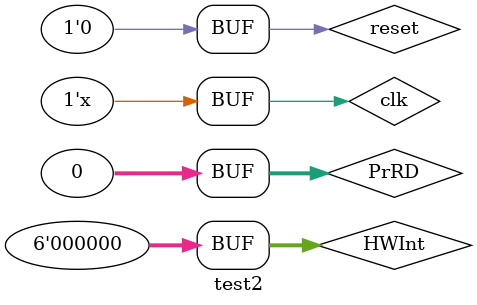
<source format=v>
`timescale 1ns / 1ps


module test2;

	// Inputs
	reg clk;
	reg reset;
	reg [31:0] PrRD;
	reg [7:2] HWInt;

	// Outputs
	wire [31:2] PrAddr;
	wire [3:0] PrBE;
	wire [31:0] PrWD;
	wire PrWe;

	// Instantiate the Unit Under Test (UUT)
	mips uut (
		.clk(clk), 
		.reset(reset), 
		.PrRD(PrRD), 
		.HWInt(HWInt), 
		.PrAddr(PrAddr), 
		.PrBE(PrBE), 
		.PrWD(PrWD), 
		.PrWe(PrWe)
	);
	always #5 clk=~clk;
	initial begin
		// Initialize Inputs
		clk = 0;
		reset = 0;
		PrRD = 0;
		HWInt = 0;

		// Wait 100 ns for global reset to finish
		#100;
        
		// Add stimulus here

	end
      
endmodule


</source>
